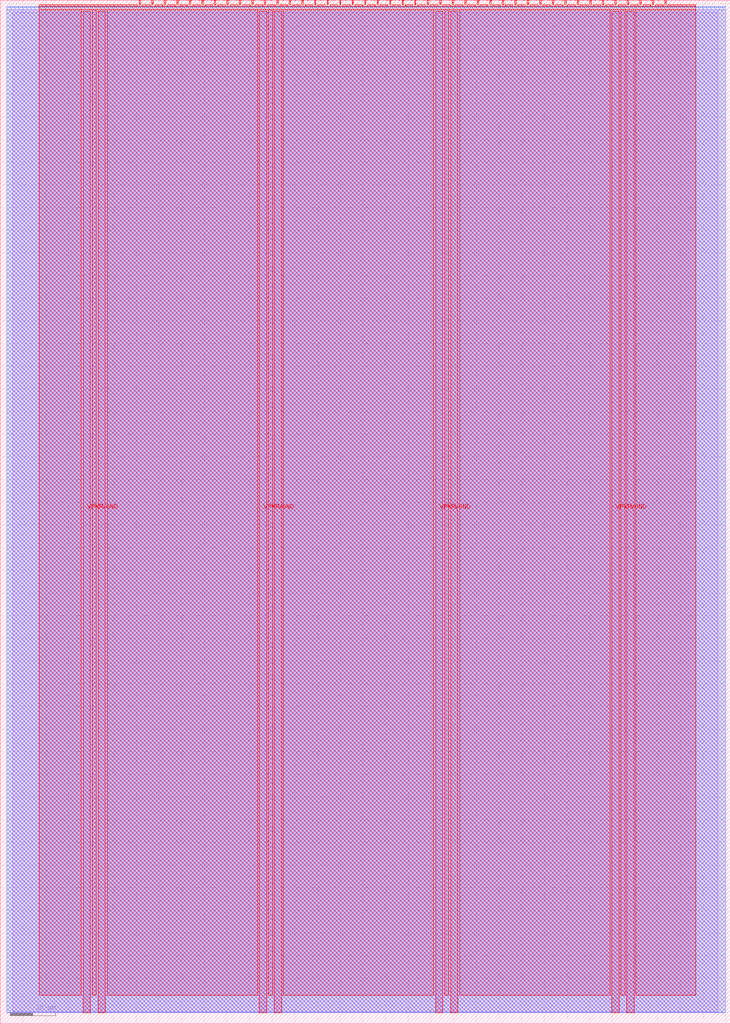
<source format=lef>
VERSION 5.7 ;
  NOWIREEXTENSIONATPIN ON ;
  DIVIDERCHAR "/" ;
  BUSBITCHARS "[]" ;
MACRO tt_um_zec_square1
  CLASS BLOCK ;
  FOREIGN tt_um_zec_square1 ;
  ORIGIN 0.000 0.000 ;
  SIZE 161.000 BY 225.760 ;
  PIN VGND
    DIRECTION INOUT ;
    USE GROUND ;
    PORT
      LAYER met4 ;
        RECT 21.580 2.480 23.180 223.280 ;
    END
    PORT
      LAYER met4 ;
        RECT 60.450 2.480 62.050 223.280 ;
    END
    PORT
      LAYER met4 ;
        RECT 99.320 2.480 100.920 223.280 ;
    END
    PORT
      LAYER met4 ;
        RECT 138.190 2.480 139.790 223.280 ;
    END
  END VGND
  PIN VPWR
    DIRECTION INOUT ;
    USE POWER ;
    PORT
      LAYER met4 ;
        RECT 18.280 2.480 19.880 223.280 ;
    END
    PORT
      LAYER met4 ;
        RECT 57.150 2.480 58.750 223.280 ;
    END
    PORT
      LAYER met4 ;
        RECT 96.020 2.480 97.620 223.280 ;
    END
    PORT
      LAYER met4 ;
        RECT 134.890 2.480 136.490 223.280 ;
    END
  END VPWR
  PIN clk
    DIRECTION INPUT ;
    USE SIGNAL ;
    ANTENNAGATEAREA 0.852000 ;
    PORT
      LAYER met4 ;
        RECT 143.830 224.760 144.130 225.760 ;
    END
  END clk
  PIN ena
    DIRECTION INPUT ;
    USE SIGNAL ;
    PORT
      LAYER met4 ;
        RECT 146.590 224.760 146.890 225.760 ;
    END
  END ena
  PIN rst_n
    DIRECTION INPUT ;
    USE SIGNAL ;
    ANTENNAGATEAREA 0.196500 ;
    PORT
      LAYER met4 ;
        RECT 141.070 224.760 141.370 225.760 ;
    END
  END rst_n
  PIN ui_in[0]
    DIRECTION INPUT ;
    USE SIGNAL ;
    PORT
      LAYER met4 ;
        RECT 138.310 224.760 138.610 225.760 ;
    END
  END ui_in[0]
  PIN ui_in[1]
    DIRECTION INPUT ;
    USE SIGNAL ;
    PORT
      LAYER met4 ;
        RECT 135.550 224.760 135.850 225.760 ;
    END
  END ui_in[1]
  PIN ui_in[2]
    DIRECTION INPUT ;
    USE SIGNAL ;
    PORT
      LAYER met4 ;
        RECT 132.790 224.760 133.090 225.760 ;
    END
  END ui_in[2]
  PIN ui_in[3]
    DIRECTION INPUT ;
    USE SIGNAL ;
    PORT
      LAYER met4 ;
        RECT 130.030 224.760 130.330 225.760 ;
    END
  END ui_in[3]
  PIN ui_in[4]
    DIRECTION INPUT ;
    USE SIGNAL ;
    PORT
      LAYER met4 ;
        RECT 127.270 224.760 127.570 225.760 ;
    END
  END ui_in[4]
  PIN ui_in[5]
    DIRECTION INPUT ;
    USE SIGNAL ;
    PORT
      LAYER met4 ;
        RECT 124.510 224.760 124.810 225.760 ;
    END
  END ui_in[5]
  PIN ui_in[6]
    DIRECTION INPUT ;
    USE SIGNAL ;
    PORT
      LAYER met4 ;
        RECT 121.750 224.760 122.050 225.760 ;
    END
  END ui_in[6]
  PIN ui_in[7]
    DIRECTION INPUT ;
    USE SIGNAL ;
    PORT
      LAYER met4 ;
        RECT 118.990 224.760 119.290 225.760 ;
    END
  END ui_in[7]
  PIN uio_in[0]
    DIRECTION INPUT ;
    USE SIGNAL ;
    PORT
      LAYER met4 ;
        RECT 116.230 224.760 116.530 225.760 ;
    END
  END uio_in[0]
  PIN uio_in[1]
    DIRECTION INPUT ;
    USE SIGNAL ;
    PORT
      LAYER met4 ;
        RECT 113.470 224.760 113.770 225.760 ;
    END
  END uio_in[1]
  PIN uio_in[2]
    DIRECTION INPUT ;
    USE SIGNAL ;
    PORT
      LAYER met4 ;
        RECT 110.710 224.760 111.010 225.760 ;
    END
  END uio_in[2]
  PIN uio_in[3]
    DIRECTION INPUT ;
    USE SIGNAL ;
    PORT
      LAYER met4 ;
        RECT 107.950 224.760 108.250 225.760 ;
    END
  END uio_in[3]
  PIN uio_in[4]
    DIRECTION INPUT ;
    USE SIGNAL ;
    PORT
      LAYER met4 ;
        RECT 105.190 224.760 105.490 225.760 ;
    END
  END uio_in[4]
  PIN uio_in[5]
    DIRECTION INPUT ;
    USE SIGNAL ;
    PORT
      LAYER met4 ;
        RECT 102.430 224.760 102.730 225.760 ;
    END
  END uio_in[5]
  PIN uio_in[6]
    DIRECTION INPUT ;
    USE SIGNAL ;
    PORT
      LAYER met4 ;
        RECT 99.670 224.760 99.970 225.760 ;
    END
  END uio_in[6]
  PIN uio_in[7]
    DIRECTION INPUT ;
    USE SIGNAL ;
    PORT
      LAYER met4 ;
        RECT 96.910 224.760 97.210 225.760 ;
    END
  END uio_in[7]
  PIN uio_oe[0]
    DIRECTION OUTPUT ;
    USE SIGNAL ;
    ANTENNADIFFAREA 0.445500 ;
    PORT
      LAYER met4 ;
        RECT 49.990 224.760 50.290 225.760 ;
    END
  END uio_oe[0]
  PIN uio_oe[1]
    DIRECTION OUTPUT ;
    USE SIGNAL ;
    ANTENNADIFFAREA 0.445500 ;
    PORT
      LAYER met4 ;
        RECT 47.230 224.760 47.530 225.760 ;
    END
  END uio_oe[1]
  PIN uio_oe[2]
    DIRECTION OUTPUT ;
    USE SIGNAL ;
    ANTENNADIFFAREA 0.445500 ;
    PORT
      LAYER met4 ;
        RECT 44.470 224.760 44.770 225.760 ;
    END
  END uio_oe[2]
  PIN uio_oe[3]
    DIRECTION OUTPUT ;
    USE SIGNAL ;
    ANTENNADIFFAREA 0.445500 ;
    PORT
      LAYER met4 ;
        RECT 41.710 224.760 42.010 225.760 ;
    END
  END uio_oe[3]
  PIN uio_oe[4]
    DIRECTION OUTPUT ;
    USE SIGNAL ;
    ANTENNADIFFAREA 0.445500 ;
    PORT
      LAYER met4 ;
        RECT 38.950 224.760 39.250 225.760 ;
    END
  END uio_oe[4]
  PIN uio_oe[5]
    DIRECTION OUTPUT ;
    USE SIGNAL ;
    ANTENNADIFFAREA 0.445500 ;
    PORT
      LAYER met4 ;
        RECT 36.190 224.760 36.490 225.760 ;
    END
  END uio_oe[5]
  PIN uio_oe[6]
    DIRECTION OUTPUT ;
    USE SIGNAL ;
    ANTENNADIFFAREA 0.445500 ;
    PORT
      LAYER met4 ;
        RECT 33.430 224.760 33.730 225.760 ;
    END
  END uio_oe[6]
  PIN uio_oe[7]
    DIRECTION OUTPUT ;
    USE SIGNAL ;
    ANTENNADIFFAREA 0.445500 ;
    PORT
      LAYER met4 ;
        RECT 30.670 224.760 30.970 225.760 ;
    END
  END uio_oe[7]
  PIN uio_out[0]
    DIRECTION OUTPUT ;
    USE SIGNAL ;
    ANTENNADIFFAREA 0.445500 ;
    PORT
      LAYER met4 ;
        RECT 72.070 224.760 72.370 225.760 ;
    END
  END uio_out[0]
  PIN uio_out[1]
    DIRECTION OUTPUT ;
    USE SIGNAL ;
    ANTENNADIFFAREA 0.445500 ;
    PORT
      LAYER met4 ;
        RECT 69.310 224.760 69.610 225.760 ;
    END
  END uio_out[1]
  PIN uio_out[2]
    DIRECTION OUTPUT ;
    USE SIGNAL ;
    ANTENNADIFFAREA 0.445500 ;
    PORT
      LAYER met4 ;
        RECT 66.550 224.760 66.850 225.760 ;
    END
  END uio_out[2]
  PIN uio_out[3]
    DIRECTION OUTPUT ;
    USE SIGNAL ;
    ANTENNADIFFAREA 0.445500 ;
    PORT
      LAYER met4 ;
        RECT 63.790 224.760 64.090 225.760 ;
    END
  END uio_out[3]
  PIN uio_out[4]
    DIRECTION OUTPUT ;
    USE SIGNAL ;
    ANTENNADIFFAREA 0.445500 ;
    PORT
      LAYER met4 ;
        RECT 61.030 224.760 61.330 225.760 ;
    END
  END uio_out[4]
  PIN uio_out[5]
    DIRECTION OUTPUT ;
    USE SIGNAL ;
    ANTENNADIFFAREA 0.445500 ;
    PORT
      LAYER met4 ;
        RECT 58.270 224.760 58.570 225.760 ;
    END
  END uio_out[5]
  PIN uio_out[6]
    DIRECTION OUTPUT ;
    USE SIGNAL ;
    ANTENNADIFFAREA 0.445500 ;
    PORT
      LAYER met4 ;
        RECT 55.510 224.760 55.810 225.760 ;
    END
  END uio_out[6]
  PIN uio_out[7]
    DIRECTION OUTPUT ;
    USE SIGNAL ;
    ANTENNADIFFAREA 0.795200 ;
    PORT
      LAYER met4 ;
        RECT 52.750 224.760 53.050 225.760 ;
    END
  END uio_out[7]
  PIN uo_out[0]
    DIRECTION OUTPUT ;
    USE SIGNAL ;
    ANTENNADIFFAREA 0.445500 ;
    PORT
      LAYER met4 ;
        RECT 94.150 224.760 94.450 225.760 ;
    END
  END uo_out[0]
  PIN uo_out[1]
    DIRECTION OUTPUT ;
    USE SIGNAL ;
    ANTENNADIFFAREA 0.445500 ;
    PORT
      LAYER met4 ;
        RECT 91.390 224.760 91.690 225.760 ;
    END
  END uo_out[1]
  PIN uo_out[2]
    DIRECTION OUTPUT ;
    USE SIGNAL ;
    ANTENNADIFFAREA 0.445500 ;
    PORT
      LAYER met4 ;
        RECT 88.630 224.760 88.930 225.760 ;
    END
  END uo_out[2]
  PIN uo_out[3]
    DIRECTION OUTPUT ;
    USE SIGNAL ;
    ANTENNADIFFAREA 0.445500 ;
    PORT
      LAYER met4 ;
        RECT 85.870 224.760 86.170 225.760 ;
    END
  END uo_out[3]
  PIN uo_out[4]
    DIRECTION OUTPUT ;
    USE SIGNAL ;
    ANTENNADIFFAREA 0.445500 ;
    PORT
      LAYER met4 ;
        RECT 83.110 224.760 83.410 225.760 ;
    END
  END uo_out[4]
  PIN uo_out[5]
    DIRECTION OUTPUT ;
    USE SIGNAL ;
    ANTENNADIFFAREA 0.445500 ;
    PORT
      LAYER met4 ;
        RECT 80.350 224.760 80.650 225.760 ;
    END
  END uo_out[5]
  PIN uo_out[6]
    DIRECTION OUTPUT ;
    USE SIGNAL ;
    ANTENNADIFFAREA 0.445500 ;
    PORT
      LAYER met4 ;
        RECT 77.590 224.760 77.890 225.760 ;
    END
  END uo_out[6]
  PIN uo_out[7]
    DIRECTION OUTPUT ;
    USE SIGNAL ;
    ANTENNADIFFAREA 0.445500 ;
    PORT
      LAYER met4 ;
        RECT 74.830 224.760 75.130 225.760 ;
    END
  END uo_out[7]
  OBS
      LAYER li1 ;
        RECT 2.760 2.635 158.240 223.125 ;
      LAYER met1 ;
        RECT 1.450 2.480 160.010 223.680 ;
      LAYER met2 ;
        RECT 1.470 2.535 159.990 224.245 ;
      LAYER met3 ;
        RECT 1.445 2.555 160.015 224.225 ;
      LAYER met4 ;
        RECT 8.575 224.360 30.270 224.760 ;
        RECT 31.370 224.360 33.030 224.760 ;
        RECT 34.130 224.360 35.790 224.760 ;
        RECT 36.890 224.360 38.550 224.760 ;
        RECT 39.650 224.360 41.310 224.760 ;
        RECT 42.410 224.360 44.070 224.760 ;
        RECT 45.170 224.360 46.830 224.760 ;
        RECT 47.930 224.360 49.590 224.760 ;
        RECT 50.690 224.360 52.350 224.760 ;
        RECT 53.450 224.360 55.110 224.760 ;
        RECT 56.210 224.360 57.870 224.760 ;
        RECT 58.970 224.360 60.630 224.760 ;
        RECT 61.730 224.360 63.390 224.760 ;
        RECT 64.490 224.360 66.150 224.760 ;
        RECT 67.250 224.360 68.910 224.760 ;
        RECT 70.010 224.360 71.670 224.760 ;
        RECT 72.770 224.360 74.430 224.760 ;
        RECT 75.530 224.360 77.190 224.760 ;
        RECT 78.290 224.360 79.950 224.760 ;
        RECT 81.050 224.360 82.710 224.760 ;
        RECT 83.810 224.360 85.470 224.760 ;
        RECT 86.570 224.360 88.230 224.760 ;
        RECT 89.330 224.360 90.990 224.760 ;
        RECT 92.090 224.360 93.750 224.760 ;
        RECT 94.850 224.360 96.510 224.760 ;
        RECT 97.610 224.360 99.270 224.760 ;
        RECT 100.370 224.360 102.030 224.760 ;
        RECT 103.130 224.360 104.790 224.760 ;
        RECT 105.890 224.360 107.550 224.760 ;
        RECT 108.650 224.360 110.310 224.760 ;
        RECT 111.410 224.360 113.070 224.760 ;
        RECT 114.170 224.360 115.830 224.760 ;
        RECT 116.930 224.360 118.590 224.760 ;
        RECT 119.690 224.360 121.350 224.760 ;
        RECT 122.450 224.360 124.110 224.760 ;
        RECT 125.210 224.360 126.870 224.760 ;
        RECT 127.970 224.360 129.630 224.760 ;
        RECT 130.730 224.360 132.390 224.760 ;
        RECT 133.490 224.360 135.150 224.760 ;
        RECT 136.250 224.360 137.910 224.760 ;
        RECT 139.010 224.360 140.670 224.760 ;
        RECT 141.770 224.360 143.430 224.760 ;
        RECT 144.530 224.360 146.190 224.760 ;
        RECT 147.290 224.360 153.345 224.760 ;
        RECT 8.575 223.680 153.345 224.360 ;
        RECT 8.575 6.295 17.880 223.680 ;
        RECT 20.280 6.295 21.180 223.680 ;
        RECT 23.580 6.295 56.750 223.680 ;
        RECT 59.150 6.295 60.050 223.680 ;
        RECT 62.450 6.295 95.620 223.680 ;
        RECT 98.020 6.295 98.920 223.680 ;
        RECT 101.320 6.295 134.490 223.680 ;
        RECT 136.890 6.295 137.790 223.680 ;
        RECT 140.190 6.295 153.345 223.680 ;
  END
END tt_um_zec_square1
END LIBRARY


</source>
